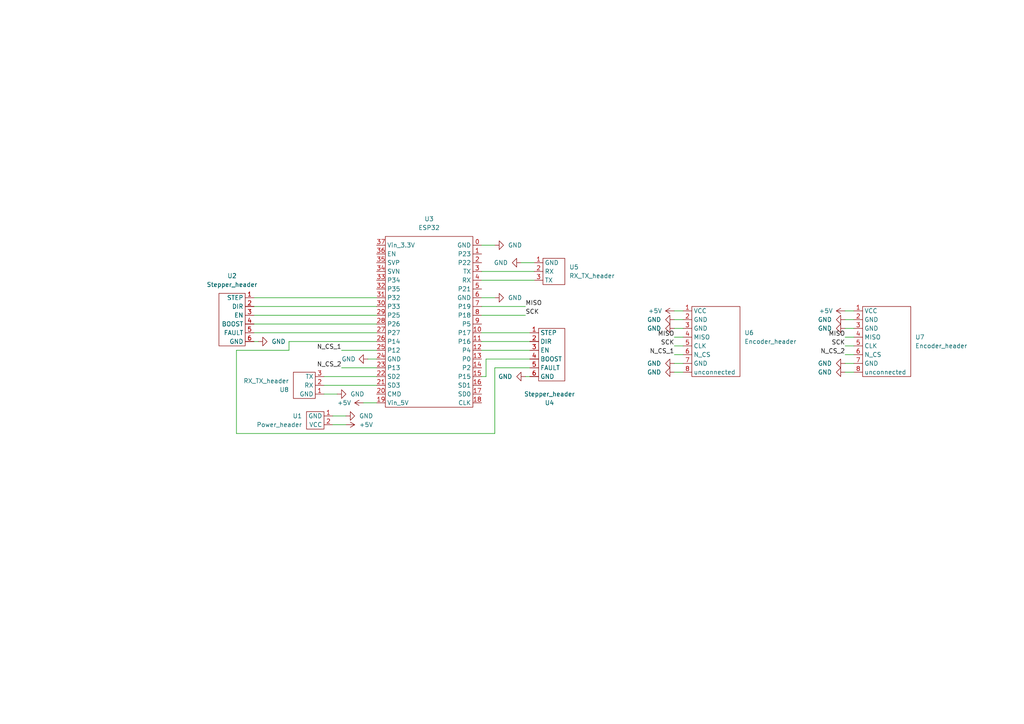
<source format=kicad_sch>
(kicad_sch (version 20211123) (generator eeschema)
  (paper "A4")
  (lib_symbols
    (symbol "Encoder_header_1"
      (property "Reference" "U" (at 0 26.67 0))
      (property "Value" "Encoder_header_1" (at 0 1.27 0))
      (symbol "Encoder_header_1_0_1"
        (rectangle (start 0 24.13) (end 13.97 3.81))
      )
      (symbol "Encoder_header_1_1_1"
        (pin unspecified line (at -2.54 22.86 0) (length 2.54) (name "VCC") (number "1"))
        (pin unspecified line (at -2.54 20.32 0) (length 2.54) (name "GND") (number "2"))
        (pin unspecified line (at -2.54 17.78 0) (length 2.54) (name "GND") (number "3"))
        (pin unspecified line (at -2.54 15.24 0) (length 2.54) (name "MISO") (number "4"))
        (pin unspecified line (at -2.54 12.7 0) (length 2.54) (name "CLK") (number "5"))
        (pin unspecified line (at -2.54 10.16 0) (length 2.54) (name "N_CS") (number "6"))
        (pin unspecified line (at -2.54 7.62 0) (length 2.54) (name "GND") (number "7"))
        (pin unspecified line (at -2.54 5.08 0) (length 2.54) (name "unconnected") (number "8"))
      )
    )
    (symbol "power:+5V" (power) (pin_names (offset 0))
      (property "Value" "+5V" (at 0 3.556 0))
      (symbol "+5V_0_1"
        (polyline (pts (xy -0.762 1.27) (xy 0 2.54)))
        (polyline (pts (xy 0 0) (xy 0 2.54)))
        (polyline (pts (xy 0 2.54) (xy 0.762 1.27)))
      )
      (symbol "+5V_1_1"
        (pin power_in line (at 0 0 90) (length 0) hide (name "+5V") (number "1"))
      )
    )
    (symbol "power:GND" (power) (pin_names (offset 0))
      (property "Value" "GND" (at 0 -3.81 0))
      (symbol "GND_0_1"
        (polyline (pts (xy 0 0) (xy 0 -1.27) (xy 1.27 -1.27) (xy 0 -2.54) (xy -1.27 -1.27) (xy 0 -1.27)))
      )
      (symbol "GND_1_1"
        (pin power_in line (at 0 0 270) (length 0) hide (name "GND") (number "1"))
      )
    )
    (symbol "project_lib:ESP32"
      (property "Reference" "U" (at 0 55.88 0))
      (property "Value" "ESP32" (at 0 1.27 0))
      (symbol "ESP32_0_1"
        (rectangle (start -12.7 53.34) (end 12.7 3.81))
      )
      (symbol "ESP32_1_1"
        (pin unspecified line (at 15.24 50.8 180) (length 2.54) (name "GND") (number "0"))
        (pin unspecified line (at 15.24 48.26 180) (length 2.54) (name "P23") (number "1"))
        (pin unspecified line (at 15.24 25.4 180) (length 2.54) (name "P17") (number "10"))
        (pin unspecified line (at 15.24 22.86 180) (length 2.54) (name "P16") (number "11"))
        (pin unspecified line (at 15.24 20.32 180) (length 2.54) (name "P4") (number "12"))
        (pin unspecified line (at 15.24 17.78 180) (length 2.54) (name "P0") (number "13"))
        (pin unspecified line (at 15.24 15.24 180) (length 2.54) (name "P2") (number "14"))
        (pin unspecified line (at 15.24 12.7 180) (length 2.54) (name "P15") (number "15"))
        (pin unspecified line (at 15.24 10.16 180) (length 2.54) (name "SD1") (number "16"))
        (pin unspecified line (at 15.24 7.62 180) (length 2.54) (name "SD0") (number "17"))
        (pin unspecified line (at 15.24 5.08 180) (length 2.54) (name "CLK") (number "18"))
        (pin unspecified line (at -15.24 5.08 0) (length 2.54) (name "Vin_5V") (number "19"))
        (pin unspecified line (at 15.24 45.72 180) (length 2.54) (name "P22") (number "2"))
        (pin unspecified line (at -15.24 7.62 0) (length 2.54) (name "CMD") (number "20"))
        (pin unspecified line (at -15.24 10.16 0) (length 2.54) (name "SD3") (number "21"))
        (pin unspecified line (at -15.24 12.7 0) (length 2.54) (name "SD2") (number "22"))
        (pin unspecified line (at -15.24 15.24 0) (length 2.54) (name "P13") (number "23"))
        (pin unspecified line (at -15.24 17.78 0) (length 2.54) (name "GND") (number "24"))
        (pin unspecified line (at -15.24 20.32 0) (length 2.54) (name "P12") (number "25"))
        (pin unspecified line (at -15.24 22.86 0) (length 2.54) (name "P14") (number "26"))
        (pin unspecified line (at -15.24 25.4 0) (length 2.54) (name "P27") (number "27"))
        (pin unspecified line (at -15.24 27.94 0) (length 2.54) (name "P26") (number "28"))
        (pin unspecified line (at -15.24 30.48 0) (length 2.54) (name "P25") (number "29"))
        (pin unspecified line (at 15.24 43.18 180) (length 2.54) (name "TX") (number "3"))
        (pin unspecified line (at -15.24 33.02 0) (length 2.54) (name "P33") (number "30"))
        (pin unspecified line (at -15.24 35.56 0) (length 2.54) (name "P32") (number "31"))
        (pin unspecified line (at -15.24 38.1 0) (length 2.54) (name "P35") (number "32"))
        (pin unspecified line (at -15.24 40.64 0) (length 2.54) (name "P34") (number "33"))
        (pin unspecified line (at -15.24 43.18 0) (length 2.54) (name "SVN") (number "34"))
        (pin unspecified line (at -15.24 45.72 0) (length 2.54) (name "SVP") (number "35"))
        (pin unspecified line (at -15.24 48.26 0) (length 2.54) (name "EN") (number "36"))
        (pin unspecified line (at -15.24 50.8 0) (length 2.54) (name "Vin_3.3V") (number "37"))
        (pin unspecified line (at 15.24 40.64 180) (length 2.54) (name "RX") (number "4"))
        (pin unspecified line (at 15.24 38.1 180) (length 2.54) (name "P21") (number "5"))
        (pin unspecified line (at 15.24 35.56 180) (length 2.54) (name "GND") (number "6"))
        (pin unspecified line (at 15.24 33.02 180) (length 2.54) (name "P19") (number "7"))
        (pin unspecified line (at 15.24 30.48 180) (length 2.54) (name "P18") (number "8"))
        (pin unspecified line (at 15.24 27.94 180) (length 2.54) (name "P5") (number "9"))
      )
    )
    (symbol "project_lib:Power_header"
      (property "Reference" "U" (at 0 10.16 0))
      (property "Value" "Power_header" (at 0 1.27 0))
      (symbol "Power_header_0_1"
        (rectangle (start 0 7.62) (end 5.08 2.54))
      )
      (symbol "Power_header_1_1"
        (pin unspecified line (at -2.54 6.35 0) (length 2.54) (name "GND") (number "1"))
        (pin unspecified line (at -2.54 3.81 0) (length 2.54) (name "VCC") (number "2"))
      )
    )
    (symbol "project_lib:RX_TX_header"
      (property "Reference" "U" (at 0 12.7 0))
      (property "Value" "RX_TX_header" (at 0 1.27 0))
      (symbol "RX_TX_header_0_1"
        (rectangle (start 0 10.16) (end 6.35 2.54))
      )
      (symbol "RX_TX_header_1_1"
        (pin unspecified line (at -2.54 8.89 0) (length 2.54) (name "GND") (number "1"))
        (pin unspecified line (at -2.54 6.35 0) (length 2.54) (name "RX") (number "2"))
        (pin unspecified line (at -2.54 3.81 0) (length 2.54) (name "TX") (number "3"))
      )
    )
    (symbol "project_lib:Stepper_header"
      (property "Reference" "U" (at 0 21.59 0))
      (property "Value" "Stepper_header" (at 0 1.27 0))
      (symbol "Stepper_header_0_1"
        (rectangle (start 0 19.05) (end 7.62 3.81))
      )
      (symbol "Stepper_header_1_1"
        (pin unspecified line (at -2.54 17.78 0) (length 2.54) (name "STEP") (number "1"))
        (pin unspecified line (at -2.54 15.24 0) (length 2.54) (name "DIR") (number "2"))
        (pin unspecified line (at -2.54 12.7 0) (length 2.54) (name "EN") (number "3"))
        (pin unspecified line (at -2.54 10.16 0) (length 2.54) (name "BOOST") (number "4"))
        (pin unspecified line (at -2.54 7.62 0) (length 2.54) (name "FAULT") (number "5"))
        (pin unspecified line (at -2.54 5.08 0) (length 2.54) (name "GND") (number "6"))
      )
    )
  )
  (wire (pts (xy 109.22 99.06) (xy 83.82 99.06)))
  (wire (pts (xy 151.13 76.2) (xy 154.94 76.2)))
  (wire (pts (xy 140.97 104.14) (xy 140.97 109.22)))
  (wire (pts (xy 245.11 97.79) (xy 247.65 97.79)))
  (wire (pts (xy 139.7 91.44) (xy 152.4 91.44)))
  (wire (pts (xy 152.4 109.22) (xy 153.67 109.22)))
  (wire (pts (xy 83.82 101.6) (xy 68.58 101.6)))
  (wire (pts (xy 73.66 86.36) (xy 109.22 86.36)))
  (wire (pts (xy 140.97 104.14) (xy 153.67 104.14)))
  (wire (pts (xy 73.66 88.9) (xy 109.22 88.9)))
  (wire (pts (xy 105.41 116.84) (xy 109.22 116.84)))
  (wire (pts (xy 93.98 109.22) (xy 109.22 109.22)))
  (wire (pts (xy 74.93 99.06) (xy 73.66 99.06)))
  (wire (pts (xy 245.11 105.41) (xy 247.65 105.41)))
  (wire (pts (xy 139.7 99.06) (xy 153.67 99.06)))
  (wire (pts (xy 195.58 105.41) (xy 198.12 105.41)))
  (wire (pts (xy 73.66 93.98) (xy 109.22 93.98)))
  (wire (pts (xy 143.51 106.68) (xy 153.67 106.68)))
  (wire (pts (xy 68.58 101.6) (xy 68.58 125.73)))
  (wire (pts (xy 195.58 97.79) (xy 198.12 97.79)))
  (wire (pts (xy 139.7 101.6) (xy 153.67 101.6)))
  (wire (pts (xy 245.11 95.25) (xy 247.65 95.25)))
  (wire (pts (xy 93.98 111.76) (xy 109.22 111.76)))
  (wire (pts (xy 139.7 86.36) (xy 143.51 86.36)))
  (wire (pts (xy 96.52 123.19) (xy 100.33 123.19)))
  (wire (pts (xy 245.11 107.95) (xy 247.65 107.95)))
  (wire (pts (xy 139.7 88.9) (xy 152.4 88.9)))
  (wire (pts (xy 195.58 90.17) (xy 198.12 90.17)))
  (wire (pts (xy 245.11 90.17) (xy 247.65 90.17)))
  (wire (pts (xy 106.68 104.14) (xy 109.22 104.14)))
  (wire (pts (xy 83.82 99.06) (xy 83.82 101.6)))
  (wire (pts (xy 195.58 92.71) (xy 198.12 92.71)))
  (wire (pts (xy 143.51 106.68) (xy 143.51 125.73)))
  (wire (pts (xy 245.11 102.87) (xy 247.65 102.87)))
  (wire (pts (xy 195.58 100.33) (xy 198.12 100.33)))
  (wire (pts (xy 195.58 102.87) (xy 198.12 102.87)))
  (wire (pts (xy 73.66 91.44) (xy 109.22 91.44)))
  (wire (pts (xy 195.58 107.95) (xy 198.12 107.95)))
  (wire (pts (xy 139.7 78.74) (xy 154.94 78.74)))
  (wire (pts (xy 245.11 92.71) (xy 247.65 92.71)))
  (wire (pts (xy 245.11 100.33) (xy 247.65 100.33)))
  (wire (pts (xy 139.7 71.12) (xy 143.51 71.12)))
  (wire (pts (xy 195.58 95.25) (xy 198.12 95.25)))
  (wire (pts (xy 68.58 125.73) (xy 143.51 125.73)))
  (wire (pts (xy 97.79 114.3) (xy 93.98 114.3)))
  (wire (pts (xy 73.66 96.52) (xy 109.22 96.52)))
  (wire (pts (xy 139.7 96.52) (xy 153.67 96.52)))
  (wire (pts (xy 99.06 101.6) (xy 109.22 101.6)))
  (wire (pts (xy 140.97 109.22) (xy 139.7 109.22)))
  (wire (pts (xy 139.7 81.28) (xy 154.94 81.28)))
  (wire (pts (xy 100.33 120.65) (xy 96.52 120.65)))
  (wire (pts (xy 99.06 106.68) (xy 109.22 106.68)))
  (label "SCK" (at 245.11 100.33 180))
  (label "N_CS_1" (at 99.06 101.6 180))
  (label "N_CS_1" (at 195.58 102.87 180))
  (label "SCK" (at 195.58 100.33 180))
  (label "N_CS_2" (at 99.06 106.68 180))
  (label "SCK" (at 152.4 91.44 0))
  (label "MISO" (at 195.58 97.79 180))
  (label "N_CS_2" (at 245.11 102.87 180))
  (label "MISO" (at 152.4 88.9 0))
  (label "MISO" (at 245.11 97.79 180))
  (symbol (lib_id "power:GND") (at 100.33 120.65 90) (mirror x) (unit 1)
    (property "Reference" "#PWR0116" (effects hide))
    (property "Value" "GND" (at 104.14 120.6499 90) (effects (justify right)))
  )
  (symbol (lib_id "power:GND") (at 245.11 105.41 270) (unit 1)
    (property "Reference" "#PWR0101" (effects hide))
    (property "Value" "GND" (at 241.3 105.4099 90) (effects (justify right)))
  )
  (symbol (lib_id "power:+5V") (at 105.41 116.84 90) (unit 1)
    (property "Reference" "#PWR0117" (effects hide))
    (property "Value" "+5V" (at 97.79 116.84 90) (effects (justify right)))
  )
  (symbol (lib_id "power:+5V") (at 195.58 90.17 90) (unit 1)
    (property "Reference" "#PWR0112" (effects hide))
    (property "Value" "+5V" (at 187.96 90.17 90) (effects (justify right)))
  )
  (symbol (lib_name "Encoder_header_1") (lib_id "project_lib:Encoder_header") (at 200.66 113.03 0) (unit 1)
    (property "Reference" "U6" (at 215.9 96.5199 0) (effects (justify left)))
    (property "Value" "Encoder_header" (at 215.9 99.0599 0) (effects (justify left)))
    (property "Footprint" "Connector_PinHeader_2.54mm:PinHeader_1x08_P2.54mm_Vertical" (effects hide))
  )
  (symbol (lib_id "power:GND") (at 143.51 71.12 90) (unit 1)
    (property "Reference" "#PWR0121" (effects hide))
    (property "Value" "GND" (at 147.32 71.1199 90) (effects (justify right)))
  )
  (symbol (lib_id "power:GND") (at 195.58 92.71 270) (unit 1)
    (property "Reference" "#PWR0111" (effects hide))
    (property "Value" "GND" (at 191.77 92.7099 90) (effects (justify right)))
  )
  (symbol (lib_id "project_lib:Stepper_header") (at 156.21 114.3 0) (unit 1)
    (property "Reference" "U4" (at 159.385 116.84 0))
    (property "Value" "Stepper_header" (at 159.385 114.3 0))
    (property "Footprint" "Connector_PinHeader_2.54mm:PinHeader_1x06_P2.54mm_Vertical" (effects hide))
  )
  (symbol (lib_id "power:GND") (at 245.11 92.71 270) (unit 1)
    (property "Reference" "#PWR0104" (effects hide))
    (property "Value" "GND" (at 241.3 92.7099 90) (effects (justify right)))
  )
  (symbol (lib_id "project_lib:Power_header") (at 93.98 127 0) (mirror y) (unit 1)
    (property "Reference" "U1" (at 87.63 120.6499 0) (effects (justify left)))
    (property "Value" "Power_header" (at 87.63 123.1899 0) (effects (justify left)))
    (property "Footprint" "Connector_PinHeader_2.54mm:PinHeader_1x02_P2.54mm_Vertical" (effects hide))
  )
  (symbol (lib_id "power:GND") (at 195.58 95.25 270) (unit 1)
    (property "Reference" "#PWR0108" (effects hide))
    (property "Value" "GND" (at 191.77 95.2499 90) (effects (justify right)))
  )
  (symbol (lib_id "power:GND") (at 143.51 86.36 90) (unit 1)
    (property "Reference" "#PWR0120" (effects hide))
    (property "Value" "GND" (at 147.32 86.3599 90) (effects (justify right)))
  )
  (symbol (lib_id "power:GND") (at 245.11 95.25 270) (unit 1)
    (property "Reference" "#PWR0103" (effects hide))
    (property "Value" "GND" (at 241.3 95.2499 90) (effects (justify right)))
  )
  (symbol (lib_id "power:GND") (at 106.68 104.14 270) (unit 1)
    (property "Reference" "#PWR0118" (effects hide))
    (property "Value" "GND" (at 99.06 104.14 90) (effects (justify left)))
  )
  (symbol (lib_id "power:+5V") (at 245.11 90.17 90) (unit 1)
    (property "Reference" "#PWR0105" (effects hide))
    (property "Value" "+5V" (at 237.49 90.17 90) (effects (justify right)))
  )
  (symbol (lib_id "power:GND") (at 152.4 109.22 270) (mirror x) (unit 1)
    (property "Reference" "#PWR0122" (effects hide))
    (property "Value" "GND" (at 148.59 109.2201 90) (effects (justify right)))
  )
  (symbol (lib_id "power:GND") (at 195.58 107.95 270) (unit 1)
    (property "Reference" "#PWR0107" (effects hide))
    (property "Value" "GND" (at 191.77 107.9499 90) (effects (justify right)))
  )
  (symbol (lib_id "power:GND") (at 97.79 114.3 90) (unit 1)
    (property "Reference" "#PWR0124" (effects hide))
    (property "Value" "GND" (at 101.6 114.3001 90) (effects (justify right)))
  )
  (symbol (lib_id "power:+5V") (at 100.33 123.19 270) (unit 1)
    (property "Reference" "#PWR0115" (effects hide))
    (property "Value" "+5V" (at 104.14 123.1899 90) (effects (justify left)))
  )
  (symbol (lib_id "project_lib:RX_TX_header") (at 91.44 105.41 180) (unit 1)
    (property "Reference" "U8" (at 83.82 113.0301 0) (effects (justify left)))
    (property "Value" "RX_TX_header" (at 83.82 110.4901 0) (effects (justify left)))
    (property "Footprint" "Connector_PinHeader_2.54mm:PinHeader_1x03_P2.54mm_Vertical" (effects hide))
  )
  (symbol (lib_id "power:GND") (at 195.58 105.41 270) (unit 1)
    (property "Reference" "#PWR0106" (effects hide))
    (property "Value" "GND" (at 191.77 105.4099 90) (effects (justify right)))
  )
  (symbol (lib_name "Encoder_header_1") (lib_id "project_lib:Encoder_header") (at 250.19 113.03 0) (unit 1)
    (property "Reference" "U7" (at 265.43 97.7899 0) (effects (justify left)))
    (property "Value" "Encoder_header" (at 265.43 100.3299 0) (effects (justify left)))
    (property "Footprint" "Connector_PinHeader_2.54mm:PinHeader_1x08_P2.54mm_Vertical" (effects hide))
  )
  (symbol (lib_id "project_lib:ESP32") (at 124.46 121.92 0) (unit 1)
    (property "Reference" "U3" (at 124.46 63.5 0))
    (property "Value" "ESP32" (at 124.46 66.04 0))
    (property "Footprint" "project_library:NodeMCU_header" (effects hide))
  )
  (symbol (lib_id "power:GND") (at 74.93 99.06 90) (unit 1)
    (property "Reference" "#PWR0119" (effects hide))
    (property "Value" "GND" (at 78.74 99.0599 90) (effects (justify right)))
  )
  (symbol (lib_id "project_lib:RX_TX_header") (at 157.48 85.09 0) (unit 1)
    (property "Reference" "U5" (at 165.1 77.4699 0) (effects (justify left)))
    (property "Value" "RX_TX_header" (at 165.1 80.0099 0) (effects (justify left)))
    (property "Footprint" "Connector_PinHeader_2.54mm:PinHeader_1x03_P2.54mm_Vertical" (effects hide))
  )
  (symbol (lib_id "power:GND") (at 151.13 76.2 270) (unit 1)
    (property "Reference" "#PWR0123" (effects hide))
    (property "Value" "GND" (at 147.32 76.1999 90) (effects (justify right)))
  )
  (symbol (lib_id "power:GND") (at 245.11 107.95 270) (unit 1)
    (property "Reference" "#PWR0102" (effects hide))
    (property "Value" "GND" (at 241.3 107.9499 90) (effects (justify right)))
  )
  (symbol (lib_id "project_lib:Stepper_header") (at 71.12 104.14 0) (mirror y) (unit 1)
    (property "Reference" "U2" (at 67.31 80.01 0))
    (property "Value" "Stepper_header" (at 67.31 82.55 0))
    (property "Footprint" "Connector_PinHeader_2.54mm:PinHeader_1x06_P2.54mm_Vertical" (effects hide))
  )
)
</source>
